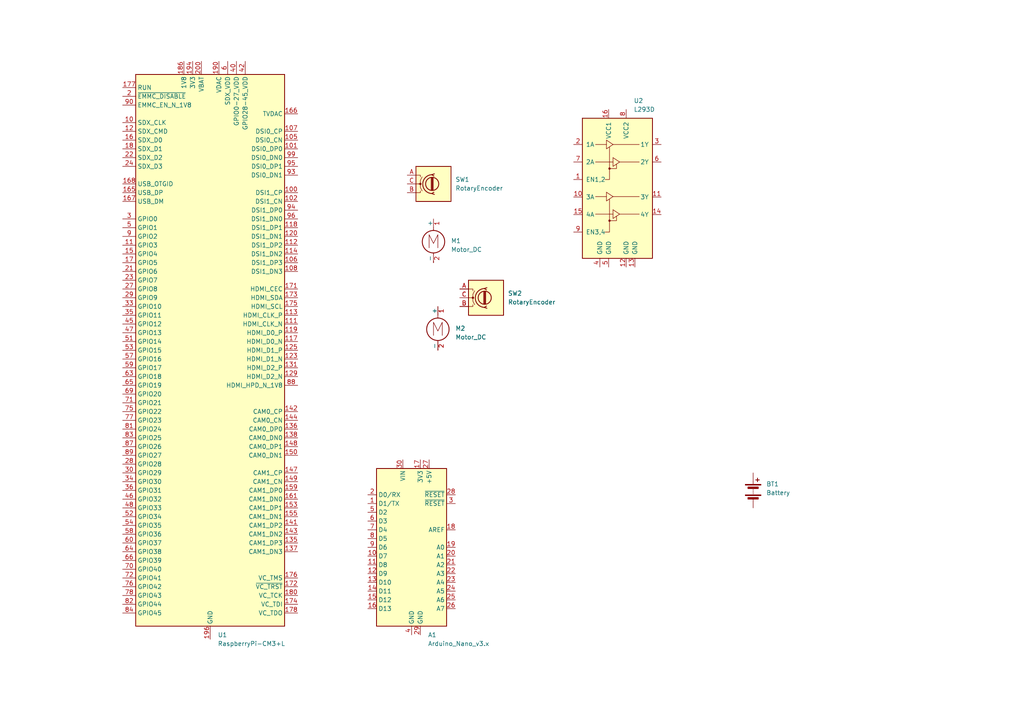
<source format=kicad_sch>
(kicad_sch (version 20231120) (generator "eeschema") (generator_version "8.0")
  (paper "A4")
  (lib_symbols
    (symbol "Device:Battery" (pin_numbers hide) (pin_names (offset 0) hide)
      (property "Reference" "BT" (at 2.54 2.54 0))
      (property "Value" "Battery" (at 2.54 0 0))
      (symbol "Battery_0_1"
        (rectangle (start -2.286 -1.27) (end 2.286 -1.524) (fill (type outline)))
        (rectangle (start -2.286 1.778) (end 2.286 1.524) (fill (type outline)))
        (rectangle (start -1.524 -2.032) (end 1.524 -2.54) (fill (type outline)))
        (rectangle (start -1.524 1.016) (end 1.524 0.508) (fill (type outline)))
        (polyline (pts (xy 0 -1.016) (xy 0 -0.762)))
        (polyline (pts (xy 0 -0.508) (xy 0 -0.254)))
        (polyline (pts (xy 0 0) (xy 0 0.254)))
        (polyline (pts (xy 0 1.778) (xy 0 2.54)))
        (polyline (pts (xy 0.762 3.048) (xy 1.778 3.048)) (stroke (width 0.254)))
        (polyline (pts (xy 1.27 3.556) (xy 1.27 2.54)) (stroke (width 0.254)))
      )
      (symbol "Battery_1_1"
        (pin passive line (at 0 5.08 270) (length 2.54) (name "+") (number "1"))
        (pin passive line (at 0 -5.08 90) (length 2.54) (name "-") (number "2"))
      )
    )
    (symbol "Device:RotaryEncoder" (pin_names (offset 0.254) hide)
      (property "Reference" "SW" (at 0 6.604 0))
      (property "Value" "RotaryEncoder" (at 0 -6.604 0))
      (symbol "RotaryEncoder_0_1"
        (rectangle (start -5.08 5.08) (end 5.08 -5.08) (stroke (width 0.254)) (fill (type background)))
        (circle (center -3.81 0) (radius 0.254) (fill (type outline)))
        (circle (center -0.381 0) (radius 1.905) (stroke (width 0.254)))
        (arc (start -0.381 2.667) (mid -3.0988 -0.0635) (end -0.381 -2.794) (stroke (width 0.254)))
        (polyline (pts (xy -0.635 -1.778) (xy -0.635 1.778)) (stroke (width 0.254)))
        (polyline (pts (xy -0.381 -1.778) (xy -0.381 1.778)) (stroke (width 0.254)))
        (polyline (pts (xy -0.127 1.778) (xy -0.127 -1.778)) (stroke (width 0.254)))
        (polyline (pts (xy -5.08 -2.54) (xy -3.81 -2.54) (xy -3.81 -2.032)))
        (polyline (pts (xy -5.08 2.54) (xy -3.81 2.54) (xy -3.81 2.032)))
        (polyline (pts (xy 0.254 -3.048) (xy -0.508 -2.794) (xy 0.127 -2.413)) (stroke (width 0.254)))
        (polyline (pts (xy 0.254 2.921) (xy -0.508 2.667) (xy 0.127 2.286)) (stroke (width 0.254)))
        (polyline (pts (xy -5.08 0) (xy -3.81 0) (xy -3.81 -1.016) (xy -3.302 -2.032)))
        (polyline (pts (xy -4.318 0) (xy -3.81 0) (xy -3.81 1.016) (xy -3.302 2.032)))
      )
      (symbol "RotaryEncoder_1_1"
        (pin passive line (at -7.62 2.54 0) (length 2.54) (name "A") (number "A"))
        (pin passive line (at -7.62 -2.54 0) (length 2.54) (name "B") (number "B"))
        (pin passive line (at -7.62 0 0) (length 2.54) (name "C") (number "C"))
      )
    )
    (symbol "Driver_Motor:L293D" (pin_names (offset 1.016))
      (property "Reference" "U" (at -5.08 26.035 0))
      (property "Value" "L293D" (at -5.08 24.13 0))
      (symbol "L293D_0_1"
        (rectangle (start -10.16 22.86) (end 10.16 -17.78) (stroke (width 0.254)) (fill (type background)))
        (circle (center -2.286 -6.858) (radius 0.254) (fill (type outline)))
        (circle (center -2.286 8.255) (radius 0.254) (fill (type outline)))
        (polyline (pts (xy -6.35 -4.953) (xy -1.27 -4.953)))
        (polyline (pts (xy -6.35 0.127) (xy -3.175 0.127)))
        (polyline (pts (xy -6.35 10.16) (xy -1.27 10.16)))
        (polyline (pts (xy -6.35 15.24) (xy -3.175 15.24)))
        (polyline (pts (xy -1.27 0.127) (xy 6.35 0.127)))
        (polyline (pts (xy -1.27 15.24) (xy 6.35 15.24)))
        (polyline (pts (xy 0.635 -4.953) (xy 6.35 -4.953)))
        (polyline (pts (xy 0.635 10.16) (xy 6.35 10.16)))
        (polyline (pts (xy -2.286 -6.858) (xy -0.254 -6.858) (xy -0.254 -5.588)))
        (polyline (pts (xy -2.286 -0.635) (xy -2.286 -10.16) (xy -3.556 -10.16)))
        (polyline (pts (xy -2.286 8.255) (xy -0.254 8.255) (xy -0.254 9.525)))
        (polyline (pts (xy -2.286 14.478) (xy -2.286 5.08) (xy -3.556 5.08)))
        (polyline (pts (xy -3.175 1.397) (xy -3.175 -1.143) (xy -1.27 0.127) (xy -3.175 1.397)))
        (polyline (pts (xy -3.175 16.51) (xy -3.175 13.97) (xy -1.27 15.24) (xy -3.175 16.51)))
        (polyline (pts (xy -1.27 -3.683) (xy -1.27 -6.223) (xy 0.635 -4.953) (xy -1.27 -3.683)))
        (polyline (pts (xy -1.27 11.43) (xy -1.27 8.89) (xy 0.635 10.16) (xy -1.27 11.43)))
      )
      (symbol "L293D_1_1"
        (pin input line (at -12.7 5.08 0) (length 2.54) (name "EN1,2") (number "1"))
        (pin input line (at -12.7 0 0) (length 2.54) (name "3A") (number "10"))
        (pin output line (at 12.7 0 180) (length 2.54) (name "3Y") (number "11"))
        (pin power_in line (at 2.54 -20.32 90) (length 2.54) (name "GND") (number "12"))
        (pin power_in line (at 5.08 -20.32 90) (length 2.54) (name "GND") (number "13"))
        (pin output line (at 12.7 -5.08 180) (length 2.54) (name "4Y") (number "14"))
        (pin input line (at -12.7 -5.08 0) (length 2.54) (name "4A") (number "15"))
        (pin power_in line (at -2.54 25.4 270) (length 2.54) (name "VCC1") (number "16"))
        (pin input line (at -12.7 15.24 0) (length 2.54) (name "1A") (number "2"))
        (pin output line (at 12.7 15.24 180) (length 2.54) (name "1Y") (number "3"))
        (pin power_in line (at -5.08 -20.32 90) (length 2.54) (name "GND") (number "4"))
        (pin power_in line (at -2.54 -20.32 90) (length 2.54) (name "GND") (number "5"))
        (pin output line (at 12.7 10.16 180) (length 2.54) (name "2Y") (number "6"))
        (pin input line (at -12.7 10.16 0) (length 2.54) (name "2A") (number "7"))
        (pin power_in line (at 2.54 25.4 270) (length 2.54) (name "VCC2") (number "8"))
        (pin input line (at -12.7 -10.16 0) (length 2.54) (name "EN3,4") (number "9"))
      )
    )
    (symbol "MCU_Module:Arduino_Nano_v3.x"
      (property "Reference" "A" (at -10.16 23.495 0))
      (property "Value" "Arduino_Nano_v3.x" (at 5.08 -24.13 0))
      (symbol "Arduino_Nano_v3.x_0_1"
        (rectangle (start -10.16 22.86) (end 10.16 -22.86) (stroke (width 0.254)) (fill (type background)))
      )
      (symbol "Arduino_Nano_v3.x_1_1"
        (pin bidirectional line (at -12.7 12.7 0) (length 2.54) (name "D1/TX") (number "1"))
        (pin bidirectional line (at -12.7 -2.54 0) (length 2.54) (name "D7") (number "10"))
        (pin bidirectional line (at -12.7 -5.08 0) (length 2.54) (name "D8") (number "11"))
        (pin bidirectional line (at -12.7 -7.62 0) (length 2.54) (name "D9") (number "12"))
        (pin bidirectional line (at -12.7 -10.16 0) (length 2.54) (name "D10") (number "13"))
        (pin bidirectional line (at -12.7 -12.7 0) (length 2.54) (name "D11") (number "14"))
        (pin bidirectional line (at -12.7 -15.24 0) (length 2.54) (name "D12") (number "15"))
        (pin bidirectional line (at -12.7 -17.78 0) (length 2.54) (name "D13") (number "16"))
        (pin power_out line (at 2.54 25.4 270) (length 2.54) (name "3V3") (number "17"))
        (pin input line (at 12.7 5.08 180) (length 2.54) (name "AREF") (number "18"))
        (pin bidirectional line (at 12.7 0 180) (length 2.54) (name "A0") (number "19"))
        (pin bidirectional line (at -12.7 15.24 0) (length 2.54) (name "D0/RX") (number "2"))
        (pin bidirectional line (at 12.7 -2.54 180) (length 2.54) (name "A1") (number "20"))
        (pin bidirectional line (at 12.7 -5.08 180) (length 2.54) (name "A2") (number "21"))
        (pin bidirectional line (at 12.7 -7.62 180) (length 2.54) (name "A3") (number "22"))
        (pin bidirectional line (at 12.7 -10.16 180) (length 2.54) (name "A4") (number "23"))
        (pin bidirectional line (at 12.7 -12.7 180) (length 2.54) (name "A5") (number "24"))
        (pin bidirectional line (at 12.7 -15.24 180) (length 2.54) (name "A6") (number "25"))
        (pin bidirectional line (at 12.7 -17.78 180) (length 2.54) (name "A7") (number "26"))
        (pin power_out line (at 5.08 25.4 270) (length 2.54) (name "+5V") (number "27"))
        (pin input line (at 12.7 15.24 180) (length 2.54) (name "~{RESET}") (number "28"))
        (pin power_in line (at 2.54 -25.4 90) (length 2.54) (name "GND") (number "29"))
        (pin input line (at 12.7 12.7 180) (length 2.54) (name "~{RESET}") (number "3"))
        (pin power_in line (at -2.54 25.4 270) (length 2.54) (name "VIN") (number "30"))
        (pin power_in line (at 0 -25.4 90) (length 2.54) (name "GND") (number "4"))
        (pin bidirectional line (at -12.7 10.16 0) (length 2.54) (name "D2") (number "5"))
        (pin bidirectional line (at -12.7 7.62 0) (length 2.54) (name "D3") (number "6"))
        (pin bidirectional line (at -12.7 5.08 0) (length 2.54) (name "D4") (number "7"))
        (pin bidirectional line (at -12.7 2.54 0) (length 2.54) (name "D5") (number "8"))
        (pin bidirectional line (at -12.7 0 0) (length 2.54) (name "D6") (number "9"))
      )
    )
    (symbol "MCU_Module:RaspberryPi-CM3+L"
      (property "Reference" "U" (at -20.32 81.28 0))
      (property "Value" "RaspberryPi-CM3+L" (at 20.32 81.28 0))
      (symbol "RaspberryPi-CM3+L_0_1"
        (rectangle (start -21.59 80.01) (end 21.59 -80.01) (stroke (width 0.254)) (fill (type background)))
      )
      (symbol "RaspberryPi-CM3+L_1_1"
        (pin passive line (at 0 -83.82 90) (length 3.81) hide (name "GND") (number "1"))
        (pin output line (at -25.4 66.04 0) (length 3.81) (name "SDX_CLK") (number "10"))
        (pin output line (at 25.4 45.72 180) (length 3.81) (name "DSI1_CP") (number "100"))
        (pin output line (at 25.4 58.42 180) (length 3.81) (name "DSI0_DP0") (number "101"))
        (pin output line (at 25.4 43.18 180) (length 3.81) (name "DSI1_CN") (number "102"))
        (pin passive line (at 0 -83.82 90) (length 3.81) hide (name "GND") (number "103"))
        (pin passive line (at 0 -83.82 90) (length 3.81) hide (name "GND") (number "104"))
        (pin output line (at 25.4 60.96 180) (length 3.81) (name "DSI0_CN") (number "105"))
        (pin output line (at 25.4 25.4 180) (length 3.81) (name "DSI1_DP3") (number "106"))
        (pin output line (at 25.4 63.5 180) (length 3.81) (name "DSI0_CP") (number "107"))
        (pin output line (at 25.4 22.86 180) (length 3.81) (name "DSI1_DN3") (number "108"))
        (pin passive line (at 0 -83.82 90) (length 3.81) hide (name "GND") (number "109"))
        (pin bidirectional line (at -25.4 30.48 0) (length 3.81) (name "GPIO3") (number "11"))
        (pin passive line (at 0 -83.82 90) (length 3.81) hide (name "GND") (number "110"))
        (pin output line (at 25.4 7.62 180) (length 3.81) (name "HDMI_CLK_N") (number "111"))
        (pin output line (at 25.4 30.48 180) (length 3.81) (name "DSI1_DP2") (number "112"))
        (pin output line (at 25.4 10.16 180) (length 3.81) (name "HDMI_CLK_P") (number "113"))
        (pin output line (at 25.4 27.94 180) (length 3.81) (name "DSI1_DN2") (number "114"))
        (pin passive line (at 0 -83.82 90) (length 3.81) hide (name "GND") (number "115"))
        (pin passive line (at 0 -83.82 90) (length 3.81) hide (name "GND") (number "116"))
        (pin output line (at 25.4 2.54 180) (length 3.81) (name "HDMI_D0_N") (number "117"))
        (pin output line (at 25.4 35.56 180) (length 3.81) (name "DSI1_DP1") (number "118"))
        (pin output line (at 25.4 5.08 180) (length 3.81) (name "HDMI_D0_P") (number "119"))
        (pin bidirectional line (at -25.4 63.5 0) (length 3.81) (name "SDX_CMD") (number "12"))
        (pin output line (at 25.4 33.02 180) (length 3.81) (name "DSI1_DN1") (number "120"))
        (pin passive line (at 0 -83.82 90) (length 3.81) hide (name "GND") (number "121"))
        (pin passive line (at 0 -83.82 90) (length 3.81) hide (name "GND") (number "122"))
        (pin output line (at 25.4 -2.54 180) (length 3.81) (name "HDMI_D1_N") (number "123"))
        (pin no_connect line (at 20.32 76.2 180) (length 2.54) hide (name "NC") (number "124"))
        (pin output line (at 25.4 0 180) (length 3.81) (name "HDMI_D1_P") (number "125"))
        (pin no_connect line (at 20.32 73.66 180) (length 2.54) hide (name "NC") (number "126"))
        (pin passive line (at 0 -83.82 90) (length 3.81) hide (name "GND") (number "127"))
        (pin no_connect line (at 20.32 71.12 180) (length 2.54) hide (name "NC") (number "128"))
        (pin output line (at 25.4 -7.62 180) (length 3.81) (name "HDMI_D2_N") (number "129"))
        (pin passive line (at 0 -83.82 90) (length 3.81) hide (name "GND") (number "13"))
        (pin no_connect line (at 20.32 66.04 180) (length 2.54) hide (name "NC") (number "130"))
        (pin output line (at 25.4 -5.08 180) (length 3.81) (name "HDMI_D2_P") (number "131"))
        (pin no_connect line (at 20.32 48.26 180) (length 2.54) hide (name "NC") (number "132"))
        (pin passive line (at 0 -83.82 90) (length 3.81) hide (name "GND") (number "133"))
        (pin passive line (at 0 -83.82 90) (length 3.81) hide (name "GND") (number "134"))
        (pin input line (at 25.4 -55.88 180) (length 3.81) (name "CAM1_DP3") (number "135"))
        (pin input line (at 25.4 -22.86 180) (length 3.81) (name "CAM0_DP0") (number "136"))
        (pin input line (at 25.4 -58.42 180) (length 3.81) (name "CAM1_DN3") (number "137"))
        (pin input line (at 25.4 -25.4 180) (length 3.81) (name "CAM0_DN0") (number "138"))
        (pin passive line (at 0 -83.82 90) (length 3.81) hide (name "GND") (number "139"))
        (pin passive line (at 0 -83.82 90) (length 3.81) hide (name "GND") (number "14"))
        (pin passive line (at 0 -83.82 90) (length 3.81) hide (name "GND") (number "140"))
        (pin input line (at 25.4 -50.8 180) (length 3.81) (name "CAM1_DP2") (number "141"))
        (pin input line (at 25.4 -17.78 180) (length 3.81) (name "CAM0_CP") (number "142"))
        (pin input line (at 25.4 -53.34 180) (length 3.81) (name "CAM1_DN2") (number "143"))
        (pin input line (at 25.4 -20.32 180) (length 3.81) (name "CAM0_CN") (number "144"))
        (pin passive line (at 0 -83.82 90) (length 3.81) hide (name "GND") (number "145"))
        (pin passive line (at 0 -83.82 90) (length 3.81) hide (name "GND") (number "146"))
        (pin input line (at 25.4 -35.56 180) (length 3.81) (name "CAM1_CP") (number "147"))
        (pin input line (at 25.4 -27.94 180) (length 3.81) (name "CAM0_DP1") (number "148"))
        (pin input line (at 25.4 -38.1 180) (length 3.81) (name "CAM1_CN") (number "149"))
        (pin bidirectional line (at -25.4 27.94 0) (length 3.81) (name "GPIO4") (number "15"))
        (pin input line (at 25.4 -30.48 180) (length 3.81) (name "CAM0_DN1") (number "150"))
        (pin passive line (at 0 -83.82 90) (length 3.81) hide (name "GND") (number "151"))
        (pin passive line (at 0 -83.82 90) (length 3.81) hide (name "GND") (number "152"))
        (pin input line (at 25.4 -45.72 180) (length 3.81) (name "CAM1_DP1") (number "153"))
        (pin no_connect line (at 20.32 -15.24 180) (length 2.54) hide (name "NC") (number "154"))
        (pin input line (at 25.4 -48.26 180) (length 3.81) (name "CAM1_DN1") (number "155"))
        (pin no_connect line (at 20.32 -12.7 180) (length 2.54) hide (name "NC") (number "156"))
        (pin passive line (at 0 -83.82 90) (length 3.81) hide (name "GND") (number "157"))
        (pin no_connect line (at 20.32 20.32 180) (length 2.54) hide (name "NC") (number "158"))
        (pin input line (at 25.4 -40.64 180) (length 3.81) (name "CAM1_DP0") (number "159"))
        (pin bidirectional line (at -25.4 60.96 0) (length 3.81) (name "SDX_D0") (number "16"))
        (pin no_connect line (at 20.32 -60.96 180) (length 2.54) hide (name "NC") (number "160"))
        (pin input line (at 25.4 -43.18 180) (length 3.81) (name "CAM1_DN0") (number "161"))
        (pin no_connect line (at 20.32 -63.5 180) (length 2.54) hide (name "NC") (number "162"))
        (pin passive line (at 0 -83.82 90) (length 3.81) hide (name "GND") (number "163"))
        (pin passive line (at 0 -83.82 90) (length 3.81) hide (name "GND") (number "164"))
        (pin bidirectional line (at -25.4 45.72 0) (length 3.81) (name "USB_DP") (number "165"))
        (pin output line (at 25.4 68.58 180) (length 3.81) (name "TVDAC") (number "166"))
        (pin bidirectional line (at -25.4 43.18 0) (length 3.81) (name "USB_DM") (number "167"))
        (pin passive line (at -25.4 48.26 0) (length 3.81) (name "USB_OTGID") (number "168"))
        (pin passive line (at 0 -83.82 90) (length 3.81) hide (name "GND") (number "169"))
        (pin bidirectional line (at -25.4 25.4 0) (length 3.81) (name "GPIO5") (number "17"))
        (pin passive line (at 0 -83.82 90) (length 3.81) hide (name "GND") (number "170"))
        (pin bidirectional line (at 25.4 17.78 180) (length 3.81) (name "HDMI_CEC") (number "171"))
        (pin input line (at 25.4 -68.58 180) (length 3.81) (name "~{VC_TRST}") (number "172"))
        (pin bidirectional line (at 25.4 15.24 180) (length 3.81) (name "HDMI_SDA") (number "173"))
        (pin input line (at 25.4 -73.66 180) (length 3.81) (name "VC_TDI") (number "174"))
        (pin bidirectional line (at 25.4 12.7 180) (length 3.81) (name "HDMI_SCL") (number "175"))
        (pin input line (at 25.4 -66.04 180) (length 3.81) (name "VC_TMS") (number "176"))
        (pin input line (at -25.4 76.2 0) (length 3.81) (name "RUN") (number "177"))
        (pin output line (at 25.4 -76.2 180) (length 3.81) (name "VC_TDO") (number "178"))
        (pin no_connect line (at 0 78.74 270) (length 2.54) hide (name "VDD_CORE_(DO_NOT_CONNECT)") (number "179"))
        (pin bidirectional line (at -25.4 58.42 0) (length 3.81) (name "SDX_D1") (number "18"))
        (pin input line (at 25.4 -71.12 180) (length 3.81) (name "VC_TCK") (number "180"))
        (pin passive line (at 0 -83.82 90) (length 3.81) hide (name "GND") (number "181"))
        (pin passive line (at 0 -83.82 90) (length 3.81) hide (name "GND") (number "182"))
        (pin passive line (at -7.62 83.82 270) (length 3.81) hide (name "1V8") (number "183"))
        (pin passive line (at -7.62 83.82 270) (length 3.81) hide (name "1V8") (number "184"))
        (pin passive line (at -7.62 83.82 270) (length 3.81) hide (name "1V8") (number "185"))
        (pin power_in line (at -7.62 83.82 270) (length 3.81) (name "1V8") (number "186"))
        (pin passive line (at 0 -83.82 90) (length 3.81) hide (name "GND") (number "187"))
        (pin passive line (at 0 -83.82 90) (length 3.81) hide (name "GND") (number "188"))
        (pin passive line (at 2.54 83.82 270) (length 3.81) hide (name "VDAC") (number "189"))
        (pin passive line (at 0 -83.82 90) (length 3.81) hide (name "GND") (number "19"))
        (pin power_in line (at 2.54 83.82 270) (length 3.81) (name "VDAC") (number "190"))
        (pin passive line (at -5.08 83.82 270) (length 3.81) hide (name "3V3") (number "191"))
        (pin passive line (at -5.08 83.82 270) (length 3.81) hide (name "3V3") (number "192"))
        (pin passive line (at -5.08 83.82 270) (length 3.81) hide (name "3V3") (number "193"))
        (pin power_in line (at -5.08 83.82 270) (length 3.81) (name "3V3") (number "194"))
        (pin passive line (at 0 -83.82 90) (length 3.81) hide (name "GND") (number "195"))
        (pin power_out line (at 0 -83.82 90) (length 3.81) (name "GND") (number "196"))
        (pin passive line (at -2.54 83.82 270) (length 3.81) hide (name "VBAT") (number "197"))
        (pin passive line (at -2.54 83.82 270) (length 3.81) hide (name "VBAT") (number "198"))
        (pin passive line (at -2.54 83.82 270) (length 3.81) hide (name "VBAT") (number "199"))
        (pin input line (at -25.4 73.66 0) (length 3.81) (name "~{EMMC_DISABLE}") (number "2"))
        (pin passive line (at 0 -83.82 90) (length 3.81) hide (name "GND") (number "20"))
        (pin power_in line (at -2.54 83.82 270) (length 3.81) (name "VBAT") (number "200"))
        (pin bidirectional line (at -25.4 22.86 0) (length 3.81) (name "GPIO6") (number "21"))
        (pin bidirectional line (at -25.4 55.88 0) (length 3.81) (name "SDX_D2") (number "22"))
        (pin bidirectional line (at -25.4 20.32 0) (length 3.81) (name "GPIO7") (number "23"))
        (pin bidirectional line (at -25.4 53.34 0) (length 3.81) (name "SDX_D3") (number "24"))
        (pin passive line (at 0 -83.82 90) (length 3.81) hide (name "GND") (number "25"))
        (pin passive line (at 0 -83.82 90) (length 3.81) hide (name "GND") (number "26"))
        (pin bidirectional line (at -25.4 17.78 0) (length 3.81) (name "GPIO8") (number "27"))
        (pin bidirectional line (at -25.4 -33.02 0) (length 3.81) (name "GPIO28") (number "28"))
        (pin bidirectional line (at -25.4 15.24 0) (length 3.81) (name "GPIO9") (number "29"))
        (pin bidirectional line (at -25.4 38.1 0) (length 3.81) (name "GPIO0") (number "3"))
        (pin bidirectional line (at -25.4 -35.56 0) (length 3.81) (name "GPIO29") (number "30"))
        (pin passive line (at 0 -83.82 90) (length 3.81) hide (name "GND") (number "31"))
        (pin passive line (at 0 -83.82 90) (length 3.81) hide (name "GND") (number "32"))
        (pin bidirectional line (at -25.4 12.7 0) (length 3.81) (name "GPIO10") (number "33"))
        (pin bidirectional line (at -25.4 -38.1 0) (length 3.81) (name "GPIO30") (number "34"))
        (pin bidirectional line (at -25.4 10.16 0) (length 3.81) (name "GPIO11") (number "35"))
        (pin bidirectional line (at -25.4 -40.64 0) (length 3.81) (name "GPIO31") (number "36"))
        (pin passive line (at 0 -83.82 90) (length 3.81) hide (name "GND") (number "37"))
        (pin passive line (at 0 -83.82 90) (length 3.81) hide (name "GND") (number "38"))
        (pin passive line (at 7.62 83.82 270) (length 3.81) hide (name "GPIO0-27_VDD") (number "39"))
        (pin passive line (at 5.08 83.82 270) (length 3.81) hide (name "SDX_VDD") (number "4"))
        (pin power_in line (at 7.62 83.82 270) (length 3.81) (name "GPIO0-27_VDD") (number "40"))
        (pin passive line (at 10.16 83.82 270) (length 3.81) hide (name "GPIO28-45_VDD") (number "41"))
        (pin power_in line (at 10.16 83.82 270) (length 3.81) (name "GPIO28-45_VDD") (number "42"))
        (pin passive line (at 0 -83.82 90) (length 3.81) hide (name "GND") (number "43"))
        (pin passive line (at 0 -83.82 90) (length 3.81) hide (name "GND") (number "44"))
        (pin bidirectional line (at -25.4 7.62 0) (length 3.81) (name "GPIO12") (number "45"))
        (pin bidirectional line (at -25.4 -43.18 0) (length 3.81) (name "GPIO32") (number "46"))
        (pin bidirectional line (at -25.4 5.08 0) (length 3.81) (name "GPIO13") (number "47"))
        (pin bidirectional line (at -25.4 -45.72 0) (length 3.81) (name "GPIO33") (number "48"))
        (pin passive line (at 0 -83.82 90) (length 3.81) hide (name "GND") (number "49"))
        (pin bidirectional line (at -25.4 35.56 0) (length 3.81) (name "GPIO1") (number "5"))
        (pin passive line (at 0 -83.82 90) (length 3.81) hide (name "GND") (number "50"))
        (pin bidirectional line (at -25.4 2.54 0) (length 3.81) (name "GPIO14") (number "51"))
        (pin bidirectional line (at -25.4 -48.26 0) (length 3.81) (name "GPIO34") (number "52"))
        (pin bidirectional line (at -25.4 0 0) (length 3.81) (name "GPIO15") (number "53"))
        (pin bidirectional line (at -25.4 -50.8 0) (length 3.81) (name "GPIO35") (number "54"))
        (pin passive line (at 0 -83.82 90) (length 3.81) hide (name "GND") (number "55"))
        (pin passive line (at 0 -83.82 90) (length 3.81) hide (name "GND") (number "56"))
        (pin bidirectional line (at -25.4 -2.54 0) (length 3.81) (name "GPIO16") (number "57"))
        (pin bidirectional line (at -25.4 -53.34 0) (length 3.81) (name "GPIO36") (number "58"))
        (pin bidirectional line (at -25.4 -5.08 0) (length 3.81) (name "GPIO17") (number "59"))
        (pin power_in line (at 5.08 83.82 270) (length 3.81) (name "SDX_VDD") (number "6"))
        (pin bidirectional line (at -25.4 -55.88 0) (length 3.81) (name "GPIO37") (number "60"))
        (pin passive line (at 0 -83.82 90) (length 3.81) hide (name "GND") (number "61"))
        (pin passive line (at 0 -83.82 90) (length 3.81) hide (name "GND") (number "62"))
        (pin bidirectional line (at -25.4 -7.62 0) (length 3.81) (name "GPIO18") (number "63"))
        (pin bidirectional line (at -25.4 -58.42 0) (length 3.81) (name "GPIO38") (number "64"))
        (pin bidirectional line (at -25.4 -10.16 0) (length 3.81) (name "GPIO19") (number "65"))
        (pin bidirectional line (at -25.4 -60.96 0) (length 3.81) (name "GPIO39") (number "66"))
        (pin passive line (at 0 -83.82 90) (length 3.81) hide (name "GND") (number "67"))
        (pin passive line (at 0 -83.82 90) (length 3.81) hide (name "GND") (number "68"))
        (pin bidirectional line (at -25.4 -12.7 0) (length 3.81) (name "GPIO20") (number "69"))
        (pin passive line (at 0 -83.82 90) (length 3.81) hide (name "GND") (number "7"))
        (pin bidirectional line (at -25.4 -63.5 0) (length 3.81) (name "GPIO40") (number "70"))
        (pin bidirectional line (at -25.4 -15.24 0) (length 3.81) (name "GPIO21") (number "71"))
        (pin bidirectional line (at -25.4 -66.04 0) (length 3.81) (name "GPIO41") (number "72"))
        (pin passive line (at 0 -83.82 90) (length 3.81) hide (name "GND") (number "73"))
        (pin passive line (at 0 -83.82 90) (length 3.81) hide (name "GND") (number "74"))
        (pin bidirectional line (at -25.4 -17.78 0) (length 3.81) (name "GPIO22") (number "75"))
        (pin bidirectional line (at -25.4 -68.58 0) (length 3.81) (name "GPIO42") (number "76"))
        (pin bidirectional line (at -25.4 -20.32 0) (length 3.81) (name "GPIO23") (number "77"))
        (pin bidirectional line (at -25.4 -71.12 0) (length 3.81) (name "GPIO43") (number "78"))
        (pin passive line (at 0 -83.82 90) (length 3.81) hide (name "GND") (number "79"))
        (pin passive line (at 0 -83.82 90) (length 3.81) hide (name "GND") (number "8"))
        (pin passive line (at 0 -83.82 90) (length 3.81) hide (name "GND") (number "80"))
        (pin bidirectional line (at -25.4 -22.86 0) (length 3.81) (name "GPIO24") (number "81"))
        (pin bidirectional line (at -25.4 -73.66 0) (length 3.81) (name "GPIO44") (number "82"))
        (pin bidirectional line (at -25.4 -25.4 0) (length 3.81) (name "GPIO25") (number "83"))
        (pin bidirectional line (at -25.4 -76.2 0) (length 3.81) (name "GPIO45") (number "84"))
        (pin passive line (at 0 -83.82 90) (length 3.81) hide (name "GND") (number "85"))
        (pin passive line (at 0 -83.82 90) (length 3.81) hide (name "GND") (number "86"))
        (pin bidirectional line (at -25.4 -27.94 0) (length 3.81) (name "GPIO26") (number "87"))
        (pin input line (at 25.4 -10.16 180) (length 3.81) (name "HDMI_HPD_N_1V8") (number "88"))
        (pin bidirectional line (at -25.4 -30.48 0) (length 3.81) (name "GPIO27") (number "89"))
        (pin bidirectional line (at -25.4 33.02 0) (length 3.81) (name "GPIO2") (number "9"))
        (pin output line (at -25.4 71.12 0) (length 3.81) (name "EMMC_EN_N_1V8") (number "90"))
        (pin passive line (at 0 -83.82 90) (length 3.81) hide (name "GND") (number "91"))
        (pin passive line (at 0 -83.82 90) (length 3.81) hide (name "GND") (number "92"))
        (pin output line (at 25.4 50.8 180) (length 3.81) (name "DSI0_DN1") (number "93"))
        (pin output line (at 25.4 40.64 180) (length 3.81) (name "DSI1_DP0") (number "94"))
        (pin output line (at 25.4 53.34 180) (length 3.81) (name "DSI0_DP1") (number "95"))
        (pin output line (at 25.4 38.1 180) (length 3.81) (name "DSI1_DN0") (number "96"))
        (pin passive line (at 0 -83.82 90) (length 3.81) hide (name "GND") (number "97"))
        (pin passive line (at 0 -83.82 90) (length 3.81) hide (name "GND") (number "98"))
        (pin output line (at 25.4 55.88 180) (length 3.81) (name "DSI0_DN0") (number "99"))
      )
    )
    (symbol "Motor:Motor_DC" (pin_names (offset 0))
      (property "Reference" "M" (at 2.54 2.54 0))
      (property "Value" "Motor_DC" (at 2.54 -5.08 0))
      (symbol "Motor_DC_0_0"
        (polyline (pts (xy -1.27 -3.302) (xy -1.27 0.508) (xy 0 -2.032) (xy 1.27 0.508) (xy 1.27 -3.302)))
      )
      (symbol "Motor_DC_0_1"
        (circle (center 0 -1.524) (radius 3.2512) (stroke (width 0.254)))
        (polyline (pts (xy 0 -7.62) (xy 0 -7.112)))
        (polyline (pts (xy 0 -4.7752) (xy 0 -5.1816)))
        (polyline (pts (xy 0 1.7272) (xy 0 2.0828)))
        (polyline (pts (xy 0 2.032) (xy 0 2.54)))
      )
      (symbol "Motor_DC_1_1"
        (pin passive line (at 0 5.08 270) (length 2.54) (name "+") (number "1"))
        (pin passive line (at 0 -7.62 90) (length 2.54) (name "-") (number "2"))
      )
    )
  )
  (symbol (lib_id "MCU_Module:RaspberryPi-CM3+L") (at 60.96 101.6 0) (unit 1)
    (property "Reference" "U1" (at 63.1541 184.15 0) (effects (justify left)))
    (property "Value" "RaspberryPi-CM3+L" (at 63.1541 186.69 0) (effects (justify left)))
    (property "Datasheet" "https://www.raspberrypi.org/documentation/hardware/computemodule/datasheets/rpi_DATA_CM3plus_1p0.pdf" (effects (hide yes)))
    (property "Description" "BCM2837B0 Broadcom 1.2 GHZ quad core, 1 GB RAM, industrial SoM computer" (effects (hide yes)))
  )
  (symbol (lib_id "Device:Battery") (at 218.44 142.24 0) (unit 1)
    (property "Reference" "BT1" (at 222.25 140.3984 0) (effects (justify left)))
    (property "Value" "Battery" (at 222.25 142.9384 0) (effects (justify left)))
    (property "Description" "Multiple-cell battery" (effects (hide yes)))
  )
  (symbol (lib_id "MCU_Module:Arduino_Nano_v3.x") (at 119.38 158.75 0) (unit 1)
    (property "Reference" "A1" (at 124.1141 184.15 0) (effects (justify left)))
    (property "Value" "Arduino_Nano_v3.x" (at 124.1141 186.69 0) (effects (justify left)))
    (property "Footprint" "Module:Arduino_Nano" (effects (hide yes)))
    (property "Datasheet" "http://www.mouser.com/pdfdocs/Gravitech_Arduino_Nano3_0.pdf" (effects (hide yes)))
    (property "Description" "Arduino Nano v3.x" (effects (hide yes)))
  )
  (symbol (lib_id "Motor:Motor_DC") (at 127 93.98 0) (unit 1)
    (property "Reference" "M2" (at 132.08 95.2499 0) (effects (justify left)))
    (property "Value" "Motor_DC" (at 132.08 97.7899 0) (effects (justify left)))
    (property "Description" "DC Motor" (effects (hide yes)))
  )
  (symbol (lib_id "Device:RotaryEncoder") (at 125.73 53.34 0) (unit 1)
    (property "Reference" "SW1" (at 132.08 52.0699 0) (effects (justify left)))
    (property "Value" "RotaryEncoder" (at 132.08 54.6099 0) (effects (justify left)))
    (property "Description" "Rotary encoder, dual channel, incremental quadrate outputs" (effects (hide yes)))
  )
  (symbol (lib_id "Motor:Motor_DC") (at 125.73 68.58 0) (unit 1)
    (property "Reference" "M1" (at 130.81 69.8499 0) (effects (justify left)))
    (property "Value" "Motor_DC" (at 130.81 72.3899 0) (effects (justify left)))
    (property "Description" "DC Motor" (effects (hide yes)))
  )
  (symbol (lib_id "Driver_Motor:L293D") (at 179.07 57.15 0) (unit 1)
    (property "Reference" "U2" (at 183.8041 29.21 0) (effects (justify left)))
    (property "Value" "L293D" (at 183.8041 31.75 0) (effects (justify left)))
    (property "Footprint" "Package_DIP:DIP-16_W7.62mm" (effects (hide yes)))
    (property "Datasheet" "http://www.ti.com/lit/ds/symlink/l293.pdf" (effects (hide yes)))
    (property "Description" "Quadruple Half-H Drivers" (effects (hide yes)))
  )
  (symbol (lib_id "Device:RotaryEncoder") (at 140.97 86.36 0) (unit 1)
    (property "Reference" "SW2" (at 147.32 85.0899 0) (effects (justify left)))
    (property "Value" "RotaryEncoder" (at 147.32 87.6299 0) (effects (justify left)))
    (property "Description" "Rotary encoder, dual channel, incremental quadrate outputs" (effects (hide yes)))
  )
)
</source>
